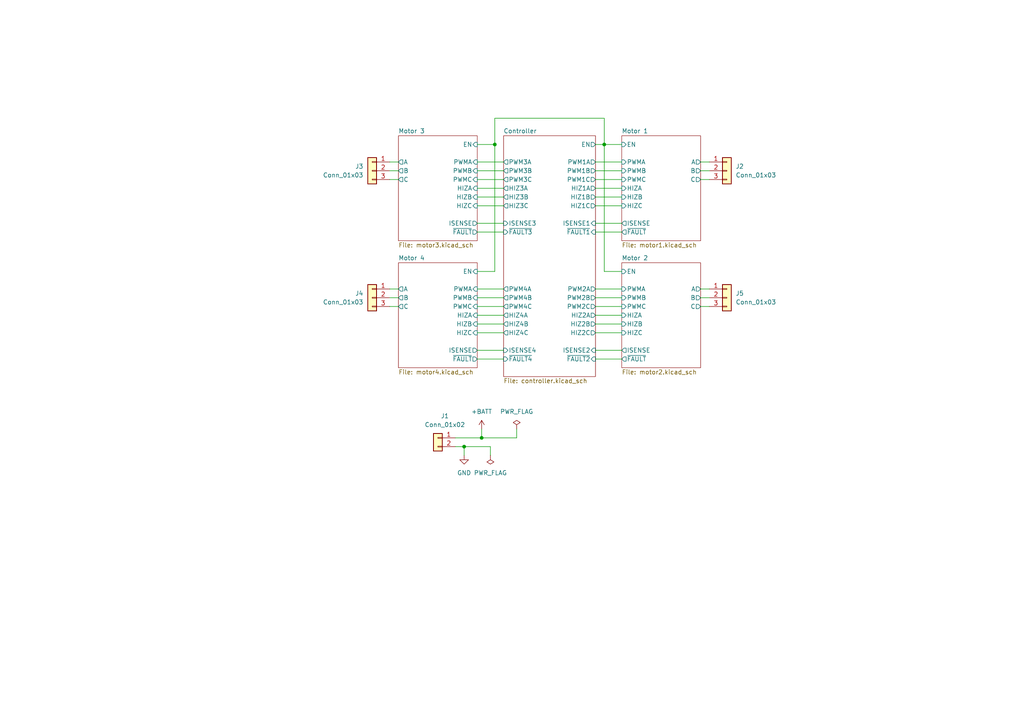
<source format=kicad_sch>
(kicad_sch (version 20210621) (generator eeschema)
  (paper "A4")
  (lib_symbols
    (symbol "Connector_Generic:Conn_01x02" (pin_names (offset 1.016) hide)
      (property "Reference" "J" (at 0 2.54 0))
      (property "Value" "Conn_01x02" (at 0 -5.08 0))
      (symbol "Conn_01x02_1_1"
        (rectangle (start -1.27 -2.413) (end 0 -2.667) (stroke (width 0.1524)))
        (rectangle (start -1.27 0.127) (end 0 -0.127) (stroke (width 0.1524)))
        (rectangle (start -1.27 1.27) (end 1.27 -3.81) (stroke (width 0.254)) (fill (type background)))
        (pin passive line (at -5.08 0 0) (length 3.81) (name "Pin_1") (number "1"))
        (pin passive line (at -5.08 -2.54 0) (length 3.81) (name "Pin_2") (number "2"))
      )
    )
    (symbol "Connector_Generic:Conn_01x03" (pin_names (offset 1.016) hide)
      (property "Reference" "J" (at 0 5.08 0))
      (property "Value" "Conn_01x03" (at 0 -5.08 0))
      (symbol "Conn_01x03_1_1"
        (rectangle (start -1.27 -2.413) (end 0 -2.667) (stroke (width 0.1524)))
        (rectangle (start -1.27 0.127) (end 0 -0.127) (stroke (width 0.1524)))
        (rectangle (start -1.27 2.667) (end 0 2.413) (stroke (width 0.1524)))
        (rectangle (start -1.27 3.81) (end 1.27 -3.81) (stroke (width 0.254)) (fill (type background)))
        (pin passive line (at -5.08 2.54 0) (length 3.81) (name "Pin_1") (number "1"))
        (pin passive line (at -5.08 0 0) (length 3.81) (name "Pin_2") (number "2"))
        (pin passive line (at -5.08 -2.54 0) (length 3.81) (name "Pin_3") (number "3"))
      )
    )
    (symbol "power:+BATT" (power) (pin_names (offset 0))
      (property "Value" "+BATT" (at 0 3.556 0))
      (symbol "+BATT_0_1"
        (polyline (pts (xy -0.762 1.27) (xy 0 2.54)))
        (polyline (pts (xy 0 0) (xy 0 2.54)))
        (polyline (pts (xy 0 2.54) (xy 0.762 1.27)))
      )
      (symbol "+BATT_1_1"
        (pin power_in line (at 0 0 90) (length 0) hide (name "+BATT") (number "1"))
      )
    )
    (symbol "power:GND" (power) (pin_names (offset 0))
      (property "Value" "GND" (at 0 -3.81 0))
      (symbol "GND_0_1"
        (polyline (pts (xy 0 0) (xy 0 -1.27) (xy 1.27 -1.27) (xy 0 -2.54) (xy -1.27 -1.27) (xy 0 -1.27)))
      )
      (symbol "GND_1_1"
        (pin power_in line (at 0 0 270) (length 0) hide (name "GND") (number "1"))
      )
    )
    (symbol "power:PWR_FLAG" (power) (pin_numbers hide) (pin_names (offset 0) hide)
      (property "Value" "PWR_FLAG" (at 0 3.81 0))
      (symbol "PWR_FLAG_0_0"
        (pin power_out line (at 0 0 90) (length 0) (name "pwr") (number "1"))
      )
      (symbol "PWR_FLAG_0_1"
        (polyline (pts (xy 0 0) (xy 0 1.27) (xy -1.016 1.905) (xy 0 2.54) (xy 1.016 1.905) (xy 0 1.27)))
      )
    )
  )
  (junction (at 134.62 129.54) (diameter 0.9144))
  (junction (at 139.7 127) (diameter 0.9144))
  (junction (at 143.51 41.91) (diameter 0.9144))
  (junction (at 175.26 41.91) (diameter 0.9144))
  (wire (pts (xy 115.57 46.99) (xy 113.03 46.99)))
  (wire (pts (xy 115.57 49.53) (xy 113.03 49.53)))
  (wire (pts (xy 115.57 52.07) (xy 113.03 52.07)))
  (wire (pts (xy 115.57 83.82) (xy 113.03 83.82)))
  (wire (pts (xy 115.57 86.36) (xy 113.03 86.36)))
  (wire (pts (xy 115.57 88.9) (xy 113.03 88.9)))
  (wire (pts (xy 132.08 127) (xy 139.7 127)))
  (wire (pts (xy 132.08 129.54) (xy 134.62 129.54)))
  (wire (pts (xy 134.62 129.54) (xy 134.62 132.08)))
  (wire (pts (xy 138.43 41.91) (xy 143.51 41.91)))
  (wire (pts (xy 138.43 46.99) (xy 146.05 46.99)))
  (wire (pts (xy 138.43 49.53) (xy 146.05 49.53)))
  (wire (pts (xy 138.43 52.07) (xy 146.05 52.07)))
  (wire (pts (xy 138.43 54.61) (xy 146.05 54.61)))
  (wire (pts (xy 138.43 57.15) (xy 146.05 57.15)))
  (wire (pts (xy 138.43 59.69) (xy 146.05 59.69)))
  (wire (pts (xy 138.43 64.77) (xy 146.05 64.77)))
  (wire (pts (xy 138.43 67.31) (xy 146.05 67.31)))
  (wire (pts (xy 138.43 78.74) (xy 143.51 78.74)))
  (wire (pts (xy 138.43 83.82) (xy 146.05 83.82)))
  (wire (pts (xy 138.43 86.36) (xy 146.05 86.36)))
  (wire (pts (xy 138.43 88.9) (xy 146.05 88.9)))
  (wire (pts (xy 138.43 91.44) (xy 146.05 91.44)))
  (wire (pts (xy 138.43 93.98) (xy 146.05 93.98)))
  (wire (pts (xy 138.43 96.52) (xy 146.05 96.52)))
  (wire (pts (xy 138.43 101.6) (xy 146.05 101.6)))
  (wire (pts (xy 138.43 104.14) (xy 146.05 104.14)))
  (wire (pts (xy 139.7 127) (xy 139.7 124.46)))
  (wire (pts (xy 142.24 129.54) (xy 134.62 129.54)))
  (wire (pts (xy 142.24 132.08) (xy 142.24 129.54)))
  (wire (pts (xy 143.51 34.29) (xy 175.26 34.29)))
  (wire (pts (xy 143.51 41.91) (xy 143.51 34.29)))
  (wire (pts (xy 143.51 78.74) (xy 143.51 41.91)))
  (wire (pts (xy 149.86 124.46) (xy 149.86 127)))
  (wire (pts (xy 149.86 127) (xy 139.7 127)))
  (wire (pts (xy 172.72 41.91) (xy 175.26 41.91)))
  (wire (pts (xy 172.72 46.99) (xy 180.34 46.99)))
  (wire (pts (xy 172.72 49.53) (xy 180.34 49.53)))
  (wire (pts (xy 172.72 52.07) (xy 180.34 52.07)))
  (wire (pts (xy 172.72 54.61) (xy 180.34 54.61)))
  (wire (pts (xy 172.72 57.15) (xy 180.34 57.15)))
  (wire (pts (xy 172.72 59.69) (xy 180.34 59.69)))
  (wire (pts (xy 172.72 64.77) (xy 180.34 64.77)))
  (wire (pts (xy 172.72 67.31) (xy 180.34 67.31)))
  (wire (pts (xy 172.72 83.82) (xy 180.34 83.82)))
  (wire (pts (xy 172.72 86.36) (xy 180.34 86.36)))
  (wire (pts (xy 172.72 88.9) (xy 180.34 88.9)))
  (wire (pts (xy 172.72 91.44) (xy 180.34 91.44)))
  (wire (pts (xy 172.72 93.98) (xy 180.34 93.98)))
  (wire (pts (xy 172.72 96.52) (xy 180.34 96.52)))
  (wire (pts (xy 172.72 101.6) (xy 180.34 101.6)))
  (wire (pts (xy 172.72 104.14) (xy 180.34 104.14)))
  (wire (pts (xy 175.26 34.29) (xy 175.26 41.91)))
  (wire (pts (xy 175.26 41.91) (xy 180.34 41.91)))
  (wire (pts (xy 175.26 78.74) (xy 175.26 41.91)))
  (wire (pts (xy 180.34 78.74) (xy 175.26 78.74)))
  (wire (pts (xy 203.2 46.99) (xy 205.74 46.99)))
  (wire (pts (xy 203.2 49.53) (xy 205.74 49.53)))
  (wire (pts (xy 203.2 52.07) (xy 205.74 52.07)))
  (wire (pts (xy 203.2 83.82) (xy 205.74 83.82)))
  (wire (pts (xy 203.2 86.36) (xy 205.74 86.36)))
  (wire (pts (xy 203.2 88.9) (xy 205.74 88.9)))
  (symbol (lib_id "power:+BATT") (at 139.7 124.46 0) (unit 1)
    (property "Reference" "#PWR08" (effects hide))
    (property "Value" "+BATT" (at 139.7 119.38 0))
  )
  (symbol (lib_id "power:PWR_FLAG") (at 142.24 132.08 180) (unit 1)
    (property "Reference" "#FLG01" (effects hide))
    (property "Value" "PWR_FLAG" (at 142.24 137.16 0))
  )
  (symbol (lib_id "power:PWR_FLAG") (at 149.86 124.46 0) (unit 1)
    (property "Reference" "#FLG02" (effects hide))
    (property "Value" "PWR_FLAG" (at 149.86 119.38 0))
  )
  (symbol (lib_id "power:GND") (at 134.62 132.08 0) (unit 1)
    (property "Reference" "#PWR02" (effects hide))
    (property "Value" "GND" (at 134.62 137.16 0))
  )
  (symbol (lib_id "Connector_Generic:Conn_01x02") (at 127 127 0) (mirror y) (unit 1)
    (property "Reference" "J1" (at 129.032 120.65 0))
    (property "Value" "Conn_01x02" (at 129.032 123.19 0))
  )
  (symbol (lib_id "Connector_Generic:Conn_01x03") (at 107.95 49.53 0) (mirror y) (unit 1)
    (property "Reference" "J3" (at 105.41 48.2599 0) (effects (justify left)))
    (property "Value" "Conn_01x03" (at 105.41 50.7999 0) (effects (justify left)))
  )
  (symbol (lib_id "Connector_Generic:Conn_01x03") (at 107.95 86.36 0) (mirror y) (unit 1)
    (property "Reference" "J4" (at 105.41 85.0899 0) (effects (justify left)))
    (property "Value" "Conn_01x03" (at 105.41 87.6299 0) (effects (justify left)))
  )
  (symbol (lib_id "Connector_Generic:Conn_01x03") (at 210.82 49.53 0) (unit 1)
    (property "Reference" "J2" (at 213.36 48.2599 0) (effects (justify left)))
    (property "Value" "Conn_01x03" (at 213.36 50.7999 0) (effects (justify left)))
  )
  (symbol (lib_id "Connector_Generic:Conn_01x03") (at 210.82 86.36 0) (unit 1)
    (property "Reference" "J5" (at 213.36 85.0899 0) (effects (justify left)))
    (property "Value" "Conn_01x03" (at 213.36 87.6299 0) (effects (justify left)))
  )
  (sheet (at 146.05 39.37) (size 26.67 69.85) (stroke (width 0.0006))
    (property "Schaltplanname" "Controller" (at 146.05 38.7343 0) (effects (justify left bottom)))
    (property "Dateiname Blatt" "controller.kicad_sch" (at 146.05 109.7287 0) (effects (justify left top)))
    (pin "PWM2A" output (at 172.72 83.82 0))
    (pin "PWM3C" output (at 146.05 52.07 180))
    (pin "PWM1B" output (at 172.72 49.53 0))
    (pin "PWM1A" output (at 172.72 46.99 0))
    (pin "PWM1C" output (at 172.72 52.07 0))
    (pin "PWM2C" output (at 172.72 88.9 0))
    (pin "PWM2B" output (at 172.72 86.36 0))
    (pin "PWM3A" output (at 146.05 46.99 180))
    (pin "PWM3B" output (at 146.05 49.53 180))
    (pin "PWM4A" output (at 146.05 83.82 180))
    (pin "PWM4B" output (at 146.05 86.36 180))
    (pin "PWM4C" output (at 146.05 88.9 180))
    (pin "ISENSE3" input (at 146.05 64.77 180))
    (pin "ISENSE4" input (at 146.05 101.6 180))
    (pin "~{FAULT3}" input (at 146.05 67.31 180))
    (pin "~{FAULT1}" input (at 172.72 67.31 0))
    (pin "~{FAULT2}" input (at 172.72 104.14 0))
    (pin "~{FAULT4}" input (at 146.05 104.14 180))
    (pin "ISENSE1" input (at 172.72 64.77 0))
    (pin "ISENSE2" input (at 172.72 101.6 0))
    (pin "HIZ1C" output (at 172.72 59.69 0))
    (pin "HIZ1A" output (at 172.72 54.61 0))
    (pin "HIZ1B" output (at 172.72 57.15 0))
    (pin "HIZ3B" output (at 146.05 57.15 180))
    (pin "HIZ3C" output (at 146.05 59.69 180))
    (pin "HIZ3A" output (at 146.05 54.61 180))
    (pin "HIZ4A" output (at 146.05 91.44 180))
    (pin "HIZ4B" output (at 146.05 93.98 180))
    (pin "HIZ4C" output (at 146.05 96.52 180))
    (pin "HIZ2A" output (at 172.72 91.44 0))
    (pin "HIZ2B" output (at 172.72 93.98 0))
    (pin "HIZ2C" output (at 172.72 96.52 0))
    (pin "EN" output (at 172.72 41.91 0))
  )
  (sheet (at 180.34 39.37) (size 22.86 30.48) (stroke (width 0.0006))
    (property "Schaltplanname" "Motor 1" (at 180.34 38.7343 0) (effects (justify left bottom)))
    (property "Dateiname Blatt" "motor1.kicad_sch" (at 180.34 70.3587 0) (effects (justify left top)))
    (pin "C" output (at 203.2 52.07 0))
    (pin "B" output (at 203.2 49.53 0))
    (pin "A" output (at 203.2 46.99 0))
    (pin "PWMA" input (at 180.34 46.99 180))
    (pin "EN" input (at 180.34 41.91 180))
    (pin "~{FAULT}" output (at 180.34 67.31 180))
    (pin "ISENSE" output (at 180.34 64.77 180))
    (pin "HIZC" input (at 180.34 59.69 180))
    (pin "PWMB" input (at 180.34 49.53 180))
    (pin "PWMC" input (at 180.34 52.07 180))
    (pin "HIZA" input (at 180.34 54.61 180))
    (pin "HIZB" input (at 180.34 57.15 180))
  )
  (sheet (at 180.34 76.2) (size 22.86 30.48) (stroke (width 0.0006))
    (property "Schaltplanname" "Motor 2" (at 180.34 75.5643 0) (effects (justify left bottom)))
    (property "Dateiname Blatt" "motor2.kicad_sch" (at 180.34 107.1887 0) (effects (justify left top)))
    (pin "C" output (at 203.2 88.9 0))
    (pin "B" output (at 203.2 86.36 0))
    (pin "A" output (at 203.2 83.82 0))
    (pin "PWMA" input (at 180.34 83.82 180))
    (pin "EN" input (at 180.34 78.74 180))
    (pin "~{FAULT}" output (at 180.34 104.14 180))
    (pin "ISENSE" output (at 180.34 101.6 180))
    (pin "HIZC" input (at 180.34 96.52 180))
    (pin "PWMB" input (at 180.34 86.36 180))
    (pin "PWMC" input (at 180.34 88.9 180))
    (pin "HIZA" input (at 180.34 91.44 180))
    (pin "HIZB" input (at 180.34 93.98 180))
  )
  (sheet (at 115.57 39.37) (size 22.86 30.48) (stroke (width 0.0006))
    (property "Schaltplanname" "Motor 3" (at 115.57 38.7343 0) (effects (justify left bottom)))
    (property "Dateiname Blatt" "motor3.kicad_sch" (at 115.57 70.3587 0) (effects (justify left top)))
    (pin "C" output (at 115.57 52.07 180))
    (pin "B" output (at 115.57 49.53 180))
    (pin "A" output (at 115.57 46.99 180))
    (pin "PWMA" input (at 138.43 46.99 0))
    (pin "EN" input (at 138.43 41.91 0))
    (pin "~{FAULT}" output (at 138.43 67.31 0))
    (pin "ISENSE" output (at 138.43 64.77 0))
    (pin "HIZC" input (at 138.43 59.69 0))
    (pin "PWMB" input (at 138.43 49.53 0))
    (pin "PWMC" input (at 138.43 52.07 0))
    (pin "HIZA" input (at 138.43 54.61 0))
    (pin "HIZB" input (at 138.43 57.15 0))
  )
  (sheet (at 115.57 76.2) (size 22.86 30.48) (stroke (width 0.0006))
    (property "Schaltplanname" "Motor 4" (at 115.57 75.5643 0) (effects (justify left bottom)))
    (property "Dateiname Blatt" "motor4.kicad_sch" (at 115.57 107.1887 0) (effects (justify left top)))
    (pin "C" output (at 115.57 88.9 180))
    (pin "B" output (at 115.57 86.36 180))
    (pin "A" output (at 115.57 83.82 180))
    (pin "PWMA" input (at 138.43 83.82 0))
    (pin "EN" input (at 138.43 78.74 0))
    (pin "~{FAULT}" output (at 138.43 104.14 0))
    (pin "ISENSE" output (at 138.43 101.6 0))
    (pin "HIZC" input (at 138.43 96.52 0))
    (pin "PWMB" input (at 138.43 86.36 0))
    (pin "PWMC" input (at 138.43 88.9 0))
    (pin "HIZA" input (at 138.43 91.44 0))
    (pin "HIZB" input (at 138.43 93.98 0))
  )
)
</source>
